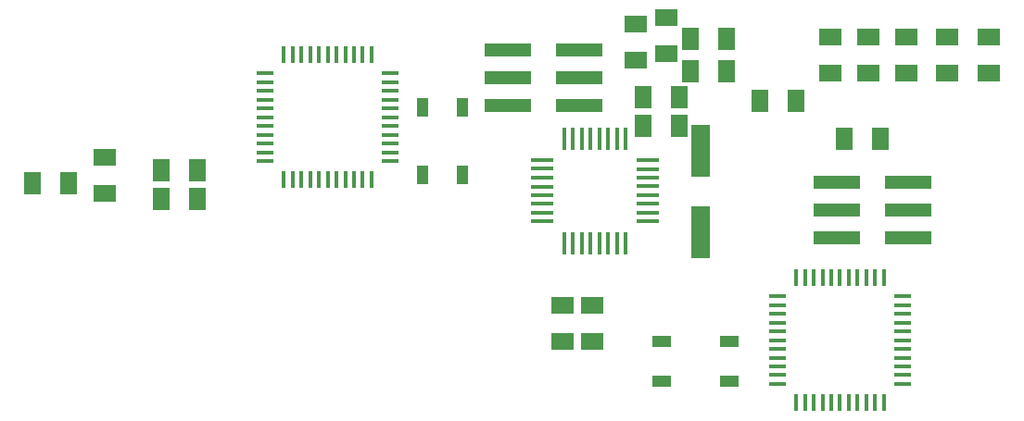
<source format=gbp>
G04 (created by PCBNEW (2013-may-18)-stable) date Sat Feb 17 15:36:07 2018*
%MOIN*%
G04 Gerber Fmt 3.4, Leading zero omitted, Abs format*
%FSLAX34Y34*%
G01*
G70*
G90*
G04 APERTURE LIST*
%ADD10C,0.00590551*%
%ADD11R,0.06X0.016*%
%ADD12R,0.016X0.06*%
%ADD13R,0.0177X0.0787*%
%ADD14R,0.0787X0.0177*%
%ADD15R,0.0708661X0.0433071*%
%ADD16R,0.0433071X0.0708661*%
%ADD17R,0.06X0.08*%
%ADD18R,0.08X0.06*%
%ADD19R,0.166929X0.05*%
%ADD20R,0.0708661X0.188976*%
G04 APERTURE END LIST*
G54D10*
G54D11*
X104868Y-58562D03*
X104868Y-58877D03*
X104868Y-59192D03*
X104868Y-59507D03*
X104868Y-59822D03*
X104868Y-60137D03*
X104868Y-58247D03*
X104868Y-57932D03*
X104868Y-57617D03*
X104868Y-57302D03*
X104868Y-56987D03*
X100368Y-58562D03*
X100368Y-58877D03*
X100368Y-59192D03*
X100368Y-59507D03*
X100368Y-59822D03*
X100368Y-60137D03*
X100368Y-58247D03*
X100368Y-57932D03*
X100368Y-57617D03*
X100368Y-57302D03*
X100368Y-56987D03*
G54D12*
X102618Y-60812D03*
X102618Y-56312D03*
X102303Y-60812D03*
X102303Y-56312D03*
X101988Y-56312D03*
X101988Y-60812D03*
X101673Y-60812D03*
X101673Y-56312D03*
X101358Y-56312D03*
X101358Y-60812D03*
X101043Y-60812D03*
X101043Y-56312D03*
X102933Y-56312D03*
X102933Y-60812D03*
X103248Y-60812D03*
X103248Y-56312D03*
X103563Y-56312D03*
X103563Y-60812D03*
X103878Y-60812D03*
X103878Y-56312D03*
X104193Y-56312D03*
X104193Y-60812D03*
X84192Y-48281D03*
X84507Y-48281D03*
X84822Y-48281D03*
X85137Y-48281D03*
X85452Y-48281D03*
X85767Y-48281D03*
X83877Y-48281D03*
X83562Y-48281D03*
X83247Y-48281D03*
X82932Y-48281D03*
X82617Y-48281D03*
X84192Y-52781D03*
X84507Y-52781D03*
X84822Y-52781D03*
X85137Y-52781D03*
X85452Y-52781D03*
X85767Y-52781D03*
X83877Y-52781D03*
X83562Y-52781D03*
X83247Y-52781D03*
X82932Y-52781D03*
X82617Y-52781D03*
G54D11*
X86442Y-50531D03*
X81942Y-50531D03*
X86442Y-50846D03*
X81942Y-50846D03*
X81942Y-51161D03*
X86442Y-51161D03*
X86442Y-51476D03*
X81942Y-51476D03*
X81942Y-51791D03*
X86442Y-51791D03*
X86442Y-52106D03*
X81942Y-52106D03*
X81942Y-50216D03*
X86442Y-50216D03*
X86442Y-49901D03*
X81942Y-49901D03*
X81942Y-49586D03*
X86442Y-49586D03*
X86442Y-49271D03*
X81942Y-49271D03*
X81942Y-48956D03*
X86442Y-48956D03*
G54D13*
X92706Y-55065D03*
X93021Y-55065D03*
X93336Y-55065D03*
X93651Y-55065D03*
X93966Y-55065D03*
X94281Y-55065D03*
X94596Y-55065D03*
X94911Y-55065D03*
X94909Y-51299D03*
X92699Y-51299D03*
X93019Y-51299D03*
X93339Y-51299D03*
X93649Y-51299D03*
X93969Y-51299D03*
X94279Y-51299D03*
X94599Y-51299D03*
G54D14*
X95699Y-54281D03*
X95699Y-53967D03*
X95699Y-53651D03*
X95699Y-53337D03*
X95699Y-53021D03*
X95699Y-52707D03*
X95699Y-52391D03*
X95699Y-52077D03*
X91919Y-54279D03*
X91919Y-53969D03*
X91919Y-53649D03*
X91919Y-53339D03*
X91919Y-53029D03*
X91919Y-52709D03*
X91919Y-52389D03*
X91919Y-52069D03*
G54D15*
X96201Y-60031D03*
X98641Y-60031D03*
X96201Y-58591D03*
X98641Y-58591D03*
G54D16*
X87606Y-50177D03*
X87606Y-52617D03*
X89046Y-50177D03*
X89046Y-52617D03*
G54D17*
X98543Y-48877D03*
X97243Y-48877D03*
X99724Y-49940D03*
X101024Y-49940D03*
X104055Y-51318D03*
X102755Y-51318D03*
G54D18*
X107972Y-47637D03*
X107972Y-48937D03*
X102263Y-47637D03*
X102263Y-48937D03*
X103641Y-47637D03*
X103641Y-48937D03*
X106476Y-47637D03*
X106476Y-48937D03*
X105019Y-48937D03*
X105019Y-47637D03*
G54D19*
X90668Y-50114D03*
X93228Y-50114D03*
X90668Y-49114D03*
X93228Y-49114D03*
X90668Y-48114D03*
X93228Y-48114D03*
X102519Y-54877D03*
X105079Y-54877D03*
X102519Y-53877D03*
X105079Y-53877D03*
X102519Y-52877D03*
X105079Y-52877D03*
G54D20*
X97598Y-54668D03*
X97598Y-51748D03*
G54D17*
X74882Y-52913D03*
X73582Y-52913D03*
G54D18*
X76181Y-51968D03*
X76181Y-53268D03*
X93720Y-57322D03*
X93720Y-58622D03*
X92637Y-57302D03*
X92637Y-58602D03*
G54D17*
X98543Y-47716D03*
X97243Y-47716D03*
X78188Y-53464D03*
X79488Y-53464D03*
X78188Y-52440D03*
X79488Y-52440D03*
X96831Y-49822D03*
X95531Y-49822D03*
X96850Y-50846D03*
X95550Y-50846D03*
G54D18*
X96377Y-48248D03*
X96377Y-46948D03*
X95275Y-48464D03*
X95275Y-47164D03*
M02*

</source>
